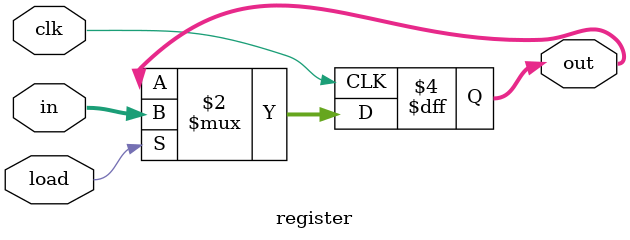
<source format=v>
module register(input [15:0] in, input clk, input load, output reg [15:0] out);
    
    always @ (posedge clk) begin
        if (load) begin
            out <= in;
        end
    end

endmodule
</source>
